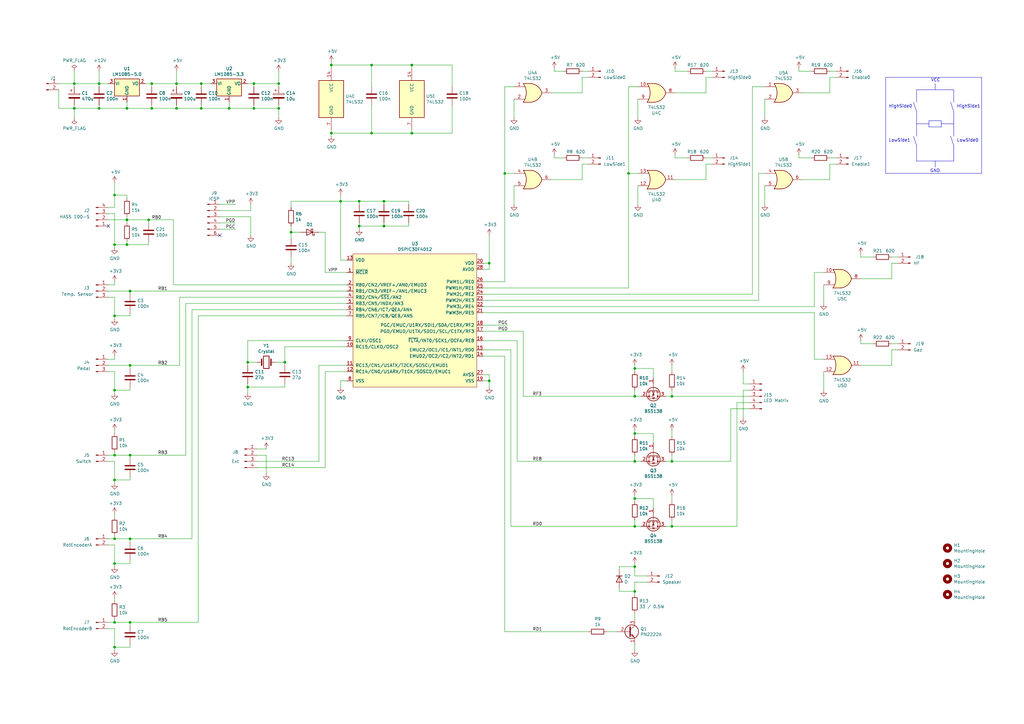
<source format=kicad_sch>
(kicad_sch (version 20230121) (generator eeschema)
  (paper "A3")
  (title_block (title "TIG Welder dsPIC controller") (date "2021-06-21") (rev "1.1") (company "Christophe Clienti"))
  (junction (at 40.64 44.45))
  (junction (at 104.14 34.29))
  (junction (at 46.99 196.85))
  (junction (at 52.07 44.45))
  (junction (at 257.81 71.12))
  (junction (at 260.35 204.47))
  (junction (at 200.66 107.95))
  (junction (at 53.34 220.98))
  (junction (at 260.35 242.57))
  (junction (at 40.64 34.29))
  (junction (at 104.14 44.45))
  (junction (at 207.01 71.12))
  (junction (at 116.84 148.59))
  (junction (at 152.4 54.61))
  (junction (at 60.96 90.17))
  (junction (at 53.34 149.86))
  (junction (at 53.34 186.69))
  (junction (at 30.48 34.29))
  (junction (at 46.99 160.02))
  (junction (at 46.99 265.43))
  (junction (at 52.07 90.17))
  (junction (at 101.6 148.59))
  (junction (at 135.89 26.67))
  (junction (at 168.91 26.67))
  (junction (at 46.99 186.69))
  (junction (at 275.59 189.23))
  (junction (at 93.98 44.45))
  (junction (at 275.59 215.9))
  (junction (at 82.55 34.29))
  (junction (at 114.3 44.45))
  (junction (at 275.59 162.56))
  (junction (at 46.99 231.14))
  (junction (at 260.35 232.41))
  (junction (at 46.99 129.54))
  (junction (at 260.35 162.56))
  (junction (at 260.35 177.8))
  (junction (at 46.99 255.27))
  (junction (at 260.35 151.13))
  (junction (at 62.23 34.29))
  (junction (at 52.07 100.33))
  (junction (at 62.23 44.45))
  (junction (at 168.91 54.61))
  (junction (at 152.4 26.67))
  (junction (at 157.48 92.71))
  (junction (at 72.39 44.45))
  (junction (at 260.35 215.9))
  (junction (at 53.34 119.38))
  (junction (at 46.99 80.01))
  (junction (at 46.99 100.33))
  (junction (at 101.6 158.75))
  (junction (at 260.35 189.23))
  (junction (at 139.7 82.55))
  (junction (at 46.99 220.98))
  (junction (at 30.48 44.45))
  (junction (at 157.48 82.55))
  (junction (at 119.38 95.25))
  (junction (at 72.39 34.29))
  (junction (at 53.34 255.27))
  (junction (at 147.32 92.71))
  (junction (at 200.66 156.21))
  (junction (at 135.89 54.61))
  (junction (at 114.3 34.29))
  (junction (at 147.32 82.55))
  (junction (at 82.55 44.45))
  (no_connect (at 44.45 92.71))
  (no_connect (at 90.17 96.52))
  (wire (pts (xy 46.99 255.27) (xy 46.99 254)))
  (wire (pts (xy 168.91 26.67) (xy 168.91 27.94)))
  (polyline (pts (xy 389.89 55.88) (xy 391.16 59.69)) (stroke (width 0) (type solid)))
  (wire (pts (xy 44.45 223.52) (xy 46.99 223.52)))
  (wire (pts (xy 53.34 264.16) (xy 53.34 265.43)))
  (polyline (pts (xy 383.54 34.29) (xy 383.54 36.83)) (stroke (width 0) (type solid)))
  (polyline (pts (xy 383.54 66.04) (xy 383.54 68.58)) (stroke (width 0) (type solid)))
  (wire (pts (xy 260.35 236.22) (xy 265.43 236.22)))
  (wire (pts (xy 62.23 44.45) (xy 52.07 44.45)))
  (wire (pts (xy 209.55 143.51) (xy 209.55 215.9)))
  (wire (pts (xy 114.3 29.21) (xy 114.3 34.29)))
  (wire (pts (xy 257.81 71.12) (xy 257.81 35.56)))
  (wire (pts (xy 157.48 92.71) (xy 167.64 92.71)))
  (wire (pts (xy 30.48 29.21) (xy 30.48 34.29)))
  (wire (pts (xy 299.72 167.64) (xy 307.34 167.64)))
  (wire (pts (xy 157.48 82.55) (xy 147.32 82.55)))
  (wire (pts (xy 53.34 265.43) (xy 46.99 265.43)))
  (wire (pts (xy 46.99 116.84) (xy 46.99 115.57)))
  (wire (pts (xy 46.99 210.82) (xy 46.99 212.09)))
  (wire (pts (xy 46.99 160.02) (xy 46.99 161.29)))
  (wire (pts (xy 53.34 120.65) (xy 53.34 119.38)))
  (polyline (pts (xy 391.16 36.83) (xy 391.16 41.91)) (stroke (width 0) (type solid)))
  (polyline (pts (xy 386.08 49.53) (xy 386.08 52.07)) (stroke (width 0) (type solid)))
  (wire (pts (xy 200.66 153.67) (xy 200.66 156.21)))
  (wire (pts (xy 147.32 91.44) (xy 147.32 92.71)))
  (wire (pts (xy 260.35 179.07) (xy 260.35 177.8)))
  (wire (pts (xy 254 233.68) (xy 254 232.41)))
  (wire (pts (xy 90.17 93.98) (xy 96.52 93.98)))
  (wire (pts (xy 53.34 229.87) (xy 53.34 231.14)))
  (wire (pts (xy 226.06 38.1) (xy 238.76 38.1)))
  (wire (pts (xy 307.34 157.48) (xy 304.8 157.48)))
  (wire (pts (xy 227.33 64.77) (xy 231.14 64.77)))
  (wire (pts (xy 102.87 88.9) (xy 102.87 96.52)))
  (wire (pts (xy 327.66 64.77) (xy 332.74 64.77)))
  (wire (pts (xy 46.99 257.81) (xy 46.99 265.43)))
  (wire (pts (xy 142.24 127) (xy 78.74 127)))
  (wire (pts (xy 337.82 116.84) (xy 337.82 124.46)))
  (wire (pts (xy 238.76 31.75) (xy 238.76 38.1)))
  (wire (pts (xy 24.13 34.29) (xy 30.48 34.29)))
  (wire (pts (xy 313.69 71.12) (xy 311.15 71.12)))
  (wire (pts (xy 353.06 105.41) (xy 358.14 105.41)))
  (wire (pts (xy 109.22 186.69) (xy 109.22 194.31)))
  (polyline (pts (xy 363.22 71.12) (xy 402.59 71.12)))
  (wire (pts (xy 90.17 86.36) (xy 102.87 86.36)))
  (wire (pts (xy 71.12 90.17) (xy 71.12 116.84)))
  (polyline (pts (xy 374.65 41.91) (xy 375.92 45.72)) (stroke (width 0) (type solid)))
  (wire (pts (xy 273.05 189.23) (xy 275.59 189.23)))
  (wire (pts (xy 214.63 135.89) (xy 214.63 162.56)))
  (wire (pts (xy 210.82 76.2) (xy 210.82 83.82)))
  (wire (pts (xy 46.99 121.92) (xy 46.99 129.54)))
  (wire (pts (xy 53.34 158.75) (xy 53.34 160.02)))
  (wire (pts (xy 142.24 156.21) (xy 139.7 156.21)))
  (wire (pts (xy 260.35 177.8) (xy 267.97 177.8)))
  (wire (pts (xy 260.35 149.86) (xy 260.35 151.13)))
  (wire (pts (xy 275.59 162.56) (xy 275.59 160.02)))
  (wire (pts (xy 60.96 100.33) (xy 52.07 100.33)))
  (wire (pts (xy 30.48 35.56) (xy 30.48 34.29)))
  (wire (pts (xy 44.45 90.17) (xy 52.07 90.17)))
  (wire (pts (xy 119.38 107.95) (xy 119.38 105.41)))
  (polyline (pts (xy 386.08 52.07) (xy 381 52.07)) (stroke (width 0) (type solid)))
  (wire (pts (xy 60.96 91.44) (xy 60.96 90.17)))
  (wire (pts (xy 52.07 88.9) (xy 52.07 90.17)))
  (wire (pts (xy 40.64 29.21) (xy 40.64 34.29)))
  (wire (pts (xy 267.97 204.47) (xy 267.97 208.28)))
  (wire (pts (xy 207.01 259.08) (xy 207.01 146.05)))
  (wire (pts (xy 53.34 129.54) (xy 46.99 129.54)))
  (wire (pts (xy 275.59 149.86) (xy 275.59 152.4)))
  (wire (pts (xy 52.07 44.45) (xy 40.64 44.45)))
  (wire (pts (xy 276.86 64.77) (xy 281.94 64.77)))
  (wire (pts (xy 130.81 189.23) (xy 105.41 189.23)))
  (wire (pts (xy 334.01 111.76) (xy 337.82 111.76)))
  (wire (pts (xy 227.33 29.21) (xy 231.14 29.21)))
  (polyline (pts (xy 391.16 59.69) (xy 391.16 66.04)) (stroke (width 0) (type solid)))
  (wire (pts (xy 62.23 35.56) (xy 62.23 34.29)))
  (wire (pts (xy 238.76 64.77) (xy 241.3 64.77)))
  (wire (pts (xy 289.56 64.77) (xy 292.1 64.77)))
  (wire (pts (xy 72.39 34.29) (xy 82.55 34.29)))
  (wire (pts (xy 135.89 54.61) (xy 135.89 53.34)))
  (wire (pts (xy 40.64 35.56) (xy 40.64 34.29)))
  (wire (pts (xy 44.45 257.81) (xy 46.99 257.81)))
  (wire (pts (xy 214.63 162.56) (xy 260.35 162.56)))
  (wire (pts (xy 53.34 128.27) (xy 53.34 129.54)))
  (wire (pts (xy 52.07 99.06) (xy 52.07 100.33)))
  (wire (pts (xy 46.99 129.54) (xy 46.99 130.81)))
  (wire (pts (xy 340.36 31.75) (xy 340.36 38.1)))
  (wire (pts (xy 130.81 149.86) (xy 130.81 189.23)))
  (wire (pts (xy 119.38 82.55) (xy 139.7 82.55)))
  (wire (pts (xy 52.07 81.28) (xy 52.07 80.01)))
  (wire (pts (xy 227.33 27.94) (xy 227.33 29.21)))
  (wire (pts (xy 200.66 107.95) (xy 200.66 110.49)))
  (wire (pts (xy 200.66 96.52) (xy 200.66 107.95)))
  (wire (pts (xy 46.99 196.85) (xy 46.99 198.12)))
  (wire (pts (xy 53.34 149.86) (xy 73.66 149.86)))
  (wire (pts (xy 53.34 255.27) (xy 81.28 255.27)))
  (wire (pts (xy 135.89 26.67) (xy 152.4 26.67)))
  (wire (pts (xy 52.07 41.91) (xy 52.07 44.45)))
  (wire (pts (xy 212.09 139.7) (xy 212.09 189.23)))
  (wire (pts (xy 46.99 152.4) (xy 46.99 160.02)))
  (wire (pts (xy 53.34 195.58) (xy 53.34 196.85)))
  (wire (pts (xy 142.24 139.7) (xy 101.6 139.7)))
  (wire (pts (xy 238.76 29.21) (xy 241.3 29.21)))
  (wire (pts (xy 104.14 43.18) (xy 104.14 44.45)))
  (wire (pts (xy 73.66 149.86) (xy 73.66 121.92)))
  (wire (pts (xy 101.6 149.86) (xy 101.6 148.59)))
  (wire (pts (xy 198.12 139.7) (xy 212.09 139.7)))
  (wire (pts (xy 275.59 189.23) (xy 299.72 189.23)))
  (wire (pts (xy 30.48 44.45) (xy 30.48 43.18)))
  (wire (pts (xy 152.4 43.18) (xy 152.4 54.61)))
  (wire (pts (xy 260.35 162.56) (xy 260.35 160.02)))
  (wire (pts (xy 198.12 143.51) (xy 209.55 143.51)))
  (wire (pts (xy 212.09 189.23) (xy 260.35 189.23)))
  (wire (pts (xy 275.59 189.23) (xy 275.59 186.69)))
  (wire (pts (xy 260.35 232.41) (xy 260.35 231.14)))
  (wire (pts (xy 261.62 76.2) (xy 261.62 83.82)))
  (wire (pts (xy 168.91 54.61) (xy 168.91 53.34)))
  (wire (pts (xy 200.66 107.95) (xy 198.12 107.95)))
  (wire (pts (xy 46.99 245.11) (xy 46.99 246.38)))
  (wire (pts (xy 185.42 43.18) (xy 185.42 54.61)))
  (wire (pts (xy 273.05 215.9) (xy 275.59 215.9)))
  (wire (pts (xy 133.35 191.77) (xy 105.41 191.77)))
  (wire (pts (xy 289.56 29.21) (xy 292.1 29.21)))
  (wire (pts (xy 198.12 118.11) (xy 257.81 118.11)))
  (wire (pts (xy 365.76 105.41) (xy 368.3 105.41)))
  (wire (pts (xy 53.34 220.98) (xy 53.34 222.25)))
  (wire (pts (xy 311.15 71.12) (xy 311.15 123.19)))
  (wire (pts (xy 147.32 92.71) (xy 157.48 92.71)))
  (wire (pts (xy 142.24 149.86) (xy 130.81 149.86)))
  (wire (pts (xy 276.86 38.1) (xy 289.56 38.1)))
  (wire (pts (xy 123.19 95.25) (xy 119.38 95.25)))
  (wire (pts (xy 46.99 220.98) (xy 46.99 219.71)))
  (wire (pts (xy 368.3 143.51) (xy 365.76 143.51)))
  (wire (pts (xy 52.07 100.33) (xy 46.99 100.33)))
  (polyline (pts (xy 375.92 59.69) (xy 375.92 66.04)) (stroke (width 0) (type solid)))
  (polyline (pts (xy 381 49.53) (xy 386.08 49.53)) (stroke (width 0) (type solid)))
  (wire (pts (xy 101.6 139.7) (xy 101.6 148.59)))
  (wire (pts (xy 313.69 40.64) (xy 313.69 48.26)))
  (wire (pts (xy 135.89 54.61) (xy 152.4 54.61)))
  (wire (pts (xy 114.3 48.26) (xy 114.3 44.45)))
  (wire (pts (xy 276.86 73.66) (xy 289.56 73.66)))
  (wire (pts (xy 46.99 220.98) (xy 53.34 220.98)))
  (wire (pts (xy 53.34 160.02) (xy 46.99 160.02)))
  (wire (pts (xy 152.4 35.56) (xy 152.4 26.67)))
  (polyline (pts (xy 375.92 66.04) (xy 391.16 66.04)) (stroke (width 0) (type solid)))
  (polyline (pts (xy 381 49.53) (xy 381 52.07)) (stroke (width 0) (type solid)))
  (wire (pts (xy 46.99 231.14) (xy 46.99 232.41)))
  (wire (pts (xy 76.2 124.46) (xy 76.2 186.69)))
  (wire (pts (xy 198.12 153.67) (xy 200.66 153.67)))
  (wire (pts (xy 198.12 115.57) (xy 207.01 115.57)))
  (wire (pts (xy 275.59 203.2) (xy 275.59 205.74)))
  (wire (pts (xy 365.76 107.95) (xy 365.76 114.3)))
  (wire (pts (xy 207.01 146.05) (xy 198.12 146.05)))
  (wire (pts (xy 52.07 80.01) (xy 46.99 80.01)))
  (wire (pts (xy 133.35 111.76) (xy 133.35 95.25)))
  (wire (pts (xy 46.99 186.69) (xy 53.34 186.69)))
  (wire (pts (xy 62.23 34.29) (xy 72.39 34.29)))
  (wire (pts (xy 44.45 34.29) (xy 40.64 34.29)))
  (wire (pts (xy 260.35 215.9) (xy 260.35 213.36)))
  (wire (pts (xy 340.36 67.31) (xy 340.36 73.66)))
  (polyline (pts (xy 389.89 41.91) (xy 391.16 45.72)) (stroke (width 0) (type solid)))
  (wire (pts (xy 261.62 40.64) (xy 261.62 48.26)))
  (wire (pts (xy 226.06 73.66) (xy 238.76 73.66)))
  (wire (pts (xy 113.03 148.59) (xy 116.84 148.59)))
  (wire (pts (xy 210.82 40.64) (xy 210.82 48.26)))
  (wire (pts (xy 267.97 151.13) (xy 267.97 154.94)))
  (wire (pts (xy 142.24 111.76) (xy 133.35 111.76)))
  (wire (pts (xy 260.35 242.57) (xy 260.35 243.84)))
  (wire (pts (xy 365.76 143.51) (xy 365.76 149.86)))
  (wire (pts (xy 276.86 29.21) (xy 281.94 29.21)))
  (wire (pts (xy 81.28 129.54) (xy 142.24 129.54)))
  (wire (pts (xy 147.32 82.55) (xy 147.32 83.82)))
  (wire (pts (xy 52.07 90.17) (xy 52.07 91.44)))
  (wire (pts (xy 334.01 125.73) (xy 334.01 111.76)))
  (wire (pts (xy 262.89 215.9) (xy 260.35 215.9)))
  (wire (pts (xy 304.8 157.48) (xy 304.8 152.4)))
  (wire (pts (xy 265.43 238.76) (xy 260.35 238.76)))
  (wire (pts (xy 116.84 157.48) (xy 116.84 158.75)))
  (wire (pts (xy 46.99 80.01) (xy 46.99 74.93)))
  (wire (pts (xy 44.45 255.27) (xy 46.99 255.27)))
  (wire (pts (xy 53.34 186.69) (xy 53.34 187.96)))
  (wire (pts (xy 101.6 34.29) (xy 104.14 34.29)))
  (wire (pts (xy 340.36 29.21) (xy 342.9 29.21)))
  (wire (pts (xy 198.12 133.35) (xy 208.28 133.35)))
  (wire (pts (xy 185.42 54.61) (xy 168.91 54.61)))
  (wire (pts (xy 44.45 119.38) (xy 53.34 119.38)))
  (wire (pts (xy 260.35 189.23) (xy 260.35 186.69)))
  (wire (pts (xy 157.48 91.44) (xy 157.48 92.71)))
  (wire (pts (xy 308.61 35.56) (xy 313.69 35.56)))
  (wire (pts (xy 104.14 35.56) (xy 104.14 34.29)))
  (wire (pts (xy 116.84 158.75) (xy 101.6 158.75)))
  (wire (pts (xy 114.3 34.29) (xy 114.3 35.56)))
  (wire (pts (xy 104.14 44.45) (xy 93.98 44.45)))
  (polyline (pts (xy 402.59 31.75) (xy 363.22 31.75)))
  (wire (pts (xy 262.89 189.23) (xy 260.35 189.23)))
  (wire (pts (xy 260.35 176.53) (xy 260.35 177.8)))
  (wire (pts (xy 167.64 83.82) (xy 167.64 82.55)))
  (wire (pts (xy 289.56 31.75) (xy 289.56 38.1)))
  (wire (pts (xy 116.84 148.59) (xy 116.84 142.24)))
  (wire (pts (xy 327.66 63.5) (xy 327.66 64.77)))
  (wire (pts (xy 46.99 87.63) (xy 46.99 100.33)))
  (wire (pts (xy 342.9 31.75) (xy 340.36 31.75)))
  (wire (pts (xy 24.13 44.45) (xy 30.48 44.45)))
  (wire (pts (xy 40.64 43.18) (xy 40.64 44.45)))
  (wire (pts (xy 185.42 35.56) (xy 185.42 26.67)))
  (wire (pts (xy 101.6 158.75) (xy 101.6 157.48)))
  (wire (pts (xy 52.07 90.17) (xy 60.96 90.17)))
  (wire (pts (xy 114.3 44.45) (xy 104.14 44.45)))
  (wire (pts (xy 73.66 121.92) (xy 142.24 121.92)))
  (wire (pts (xy 114.3 43.18) (xy 114.3 44.45)))
  (wire (pts (xy 105.41 184.15) (xy 109.22 184.15)))
  (wire (pts (xy 304.8 160.02) (xy 307.34 160.02)))
  (wire (pts (xy 260.35 203.2) (xy 260.35 204.47)))
  (wire (pts (xy 207.01 115.57) (xy 207.01 71.12)))
  (wire (pts (xy 275.59 215.9) (xy 275.59 213.36)))
  (wire (pts (xy 30.48 48.26) (xy 30.48 44.45)))
  (wire (pts (xy 185.42 26.67) (xy 168.91 26.67)))
  (wire (pts (xy 142.24 124.46) (xy 76.2 124.46)))
  (polyline (pts (xy 375.92 36.83) (xy 391.16 36.83)) (stroke (width 0) (type solid)))
  (wire (pts (xy 365.76 140.97) (xy 368.3 140.97)))
  (wire (pts (xy 119.38 85.09) (xy 119.38 82.55)))
  (wire (pts (xy 273.05 162.56) (xy 275.59 162.56)))
  (wire (pts (xy 254 241.3) (xy 254 242.57)))
  (polyline (pts (xy 363.22 31.75) (xy 363.22 71.12)))
  (wire (pts (xy 302.26 215.9) (xy 302.26 165.1)))
  (polyline (pts (xy 375.92 36.83) (xy 375.92 41.91)) (stroke (width 0) (type solid)))
  (wire (pts (xy 308.61 120.65) (xy 198.12 120.65)))
  (wire (pts (xy 241.3 259.08) (xy 207.01 259.08)))
  (wire (pts (xy 262.89 162.56) (xy 260.35 162.56)))
  (wire (pts (xy 72.39 35.56) (xy 72.39 34.29)))
  (wire (pts (xy 337.82 152.4) (xy 337.82 160.02)))
  (wire (pts (xy 210.82 71.12) (xy 207.01 71.12)))
  (wire (pts (xy 257.81 35.56) (xy 261.62 35.56)))
  (polyline (pts (xy 375.92 45.72) (xy 375.92 55.88)) (stroke (width 0) (type solid)))
  (wire (pts (xy 44.45 85.09) (xy 46.99 85.09)))
  (wire (pts (xy 101.6 148.59) (xy 105.41 148.59)))
  (wire (pts (xy 102.87 86.36) (xy 102.87 83.82)))
  (wire (pts (xy 299.72 189.23) (xy 299.72 167.64)))
  (wire (pts (xy 353.06 149.86) (xy 365.76 149.86)))
  (wire (pts (xy 46.99 223.52) (xy 46.99 231.14)))
  (wire (pts (xy 46.99 186.69) (xy 46.99 185.42)))
  (wire (pts (xy 198.12 156.21) (xy 200.66 156.21)))
  (wire (pts (xy 142.24 142.24) (xy 116.84 142.24)))
  (wire (pts (xy 275.59 215.9) (xy 302.26 215.9)))
  (wire (pts (xy 116.84 149.86) (xy 116.84 148.59)))
  (wire (pts (xy 76.2 186.69) (xy 53.34 186.69)))
  (wire (pts (xy 168.91 54.61) (xy 152.4 54.61)))
  (wire (pts (xy 90.17 91.44) (xy 96.52 91.44)))
  (wire (pts (xy 147.32 92.71) (xy 147.32 93.98)))
  (wire (pts (xy 340.36 64.77) (xy 342.9 64.77)))
  (wire (pts (xy 142.24 106.68) (xy 139.7 106.68)))
  (wire (pts (xy 267.97 177.8) (xy 267.97 181.61)))
  (polyline (pts (xy 375.92 50.8) (xy 381 50.8)) (stroke (width 0) (type solid)))
  (wire (pts (xy 60.96 90.17) (xy 71.12 90.17)))
  (wire (pts (xy 327.66 29.21) (xy 332.74 29.21)))
  (wire (pts (xy 292.1 31.75) (xy 289.56 31.75)))
  (wire (pts (xy 308.61 35.56) (xy 308.61 120.65)))
  (wire (pts (xy 198.12 125.73) (xy 334.01 125.73)))
  (wire (pts (xy 302.26 165.1) (xy 307.34 165.1)))
  (wire (pts (xy 133.35 152.4) (xy 133.35 191.77)))
  (wire (pts (xy 241.3 67.31) (xy 238.76 67.31)))
  (wire (pts (xy 342.9 67.31) (xy 340.36 67.31)))
  (wire (pts (xy 260.35 204.47) (xy 267.97 204.47)))
  (wire (pts (xy 72.39 44.45) (xy 62.23 44.45)))
  (wire (pts (xy 44.45 152.4) (xy 46.99 152.4)))
  (wire (pts (xy 260.35 238.76) (xy 260.35 242.57)))
  (wire (pts (xy 254 242.57) (xy 260.35 242.57)))
  (wire (pts (xy 238.76 67.31) (xy 238.76 73.66)))
  (wire (pts (xy 44.45 149.86) (xy 53.34 149.86)))
  (wire (pts (xy 71.12 116.84) (xy 142.24 116.84)))
  (wire (pts (xy 53.34 196.85) (xy 46.99 196.85)))
  (wire (pts (xy 82.55 44.45) (xy 72.39 44.45)))
  (wire (pts (xy 313.69 76.2) (xy 313.69 83.82)))
  (wire (pts (xy 353.06 114.3) (xy 365.76 114.3)))
  (wire (pts (xy 53.34 231.14) (xy 46.99 231.14)))
  (wire (pts (xy 46.99 176.53) (xy 46.99 177.8)))
  (wire (pts (xy 209.55 215.9) (xy 260.35 215.9)))
  (wire (pts (xy 93.98 41.91) (xy 93.98 44.45)))
  (wire (pts (xy 53.34 119.38) (xy 142.24 119.38)))
  (wire (pts (xy 90.17 83.82) (xy 96.52 83.82)))
  (wire (pts (xy 82.55 43.18) (xy 82.55 44.45)))
  (wire (pts (xy 328.93 38.1) (xy 340.36 38.1)))
  (wire (pts (xy 135.89 27.94) (xy 135.89 26.67)))
  (wire (pts (xy 260.35 236.22) (xy 260.35 232.41)))
  (wire (pts (xy 53.34 255.27) (xy 53.34 256.54)))
  (wire (pts (xy 60.96 99.06) (xy 60.96 100.33)))
  (wire (pts (xy 327.66 27.94) (xy 327.66 29.21)))
  (wire (pts (xy 46.99 85.09) (xy 46.99 80.01)))
  (wire (pts (xy 135.89 55.88) (xy 135.89 54.61)))
  (wire (pts (xy 353.06 139.7) (xy 353.06 140.97)))
  (polyline (pts (xy 402.59 71.12) (xy 402.59 31.75)))
  (wire (pts (xy 46.99 255.27) (xy 53.34 255.27)))
  (wire (pts (xy 119.38 95.25) (xy 119.38 92.71)))
  (wire (pts (xy 276.86 27.94) (xy 276.86 29.21)))
  (wire (pts (xy 139.7 106.68) (xy 139.7 82.55)))
  (wire (pts (xy 135.89 26.67) (xy 135.89 25.4)))
  (wire (pts (xy 200.66 156.21) (xy 200.66 158.75)))
  (wire (pts (xy 53.34 220.98) (xy 78.74 220.98)))
  (wire (pts (xy 207.01 71.12) (xy 207.01 35.56)))
  (wire (pts (xy 44.45 186.69) (xy 46.99 186.69)))
  (wire (pts (xy 334.01 128.27) (xy 334.01 147.32)))
  (wire (pts (xy 275.59 162.56) (xy 307.34 162.56)))
  (wire (pts (xy 44.45 116.84) (xy 46.99 116.84)))
  (wire (pts (xy 44.45 121.92) (xy 46.99 121.92)))
  (wire (pts (xy 72.39 43.18) (xy 72.39 44.45)))
  (wire (pts (xy 78.74 127) (xy 78.74 220.98)))
  (wire (pts (xy 62.23 43.18) (xy 62.23 44.45)))
  (polyline (pts (xy 374.65 55.88) (xy 375.92 59.69)) (stroke (width 0) (type solid)))
  (wire (pts (xy 289.56 67.31) (xy 289.56 73.66)))
  (polyline (pts (xy 391.16 45.72) (xy 391.16 55.88)) (stroke (width 0) (type solid)))
  (wire (pts (xy 139.7 156.21) (xy 139.7 158.75)))
  (wire (pts (xy 198.12 135.89) (xy 214.63 135.89)))
  (wire (pts (xy 167.64 92.71) (xy 167.64 91.44)))
  (wire (pts (xy 152.4 26.67) (xy 168.91 26.67)))
  (wire (pts (xy 311.15 123.19) (xy 198.12 123.19)))
  (wire (pts (xy 46.99 265.43) (xy 46.99 266.7)))
  (wire (pts (xy 198.12 128.27) (xy 334.01 128.27)))
  (wire (pts (xy 40.64 44.45) (xy 30.48 44.45)))
  (wire (pts (xy 257.81 118.11) (xy 257.81 71.12)))
  (wire (pts (xy 304.8 171.45) (xy 304.8 160.02)))
  (wire (pts (xy 157.48 82.55) (xy 157.48 83.82)))
  (wire (pts (xy 292.1 67.31) (xy 289.56 67.31)))
  (wire (pts (xy 82.55 34.29) (xy 86.36 34.29)))
  (wire (pts (xy 44.45 147.32) (xy 46.99 147.32)))
  (wire (pts (xy 24.13 36.83) (xy 24.13 44.45)))
  (wire (pts (xy 53.34 151.13) (xy 53.34 149.86)))
  (wire (pts (xy 334.01 147.32) (xy 337.82 147.32)))
  (wire (pts (xy 260.35 205.74) (xy 260.35 204.47)))
  (wire (pts (xy 276.86 63.5) (xy 276.86 64.77)))
  (wire (pts (xy 82.55 35.56) (xy 82.55 34.29)))
  (wire (pts (xy 90.17 88.9) (xy 102.87 88.9)))
  (wire (pts (xy 167.64 82.55) (xy 157.48 82.55)))
  (wire (pts (xy 200.66 110.49) (xy 198.12 110.49)))
  (wire (pts (xy 353.06 104.14) (xy 353.06 105.41)))
  (wire (pts (xy 241.3 31.75) (xy 238.76 31.75)))
  (wire (pts (xy 44.45 189.23) (xy 46.99 189.23)))
  (wire (pts (xy 328.93 73.66) (xy 340.36 73.66)))
  (wire (pts (xy 139.7 82.55) (xy 147.32 82.55)))
  (wire (pts (xy 368.3 107.95) (xy 365.76 107.95)))
  (wire (pts (xy 119.38 97.79) (xy 119.38 95.25)))
  (wire (pts (xy 46.99 189.23) (xy 46.99 196.85)))
  (wire (pts (xy 227.33 63.5) (xy 227.33 64.77)))
  (wire (pts (xy 260.35 251.46) (xy 260.35 254)))
  (wire (pts (xy 101.6 161.29) (xy 101.6 158.75)))
  (wire (pts (xy 139.7 82.55) (xy 139.7 80.01)))
  (wire (pts (xy 59.69 34.29) (xy 62.23 34.29)))
  (wire (pts (xy 254 232.41) (xy 260.35 232.41)))
  (wire (pts (xy 260.35 151.13) (xy 267.97 151.13)))
  (wire (pts (xy 81.28 255.27) (xy 81.28 129.54)))
  (wire (pts (xy 133.35 95.25) (xy 130.81 95.25)))
  (wire (pts (xy 44.45 220.98) (xy 46.99 220.98)))
  (wire (pts (xy 104.14 34.29) (xy 114.3 34.29)))
  (wire (pts (xy 252.73 259.08) (xy 248.92 259.08)))
  (wire (pts (xy 142.24 152.4) (xy 133.35 152.4)))
  (polyline (pts (xy 386.08 50.8) (xy 391.16 50.8)) (stroke (width 0) (type solid)))
  (wire (pts (xy 353.06 140.97) (xy 358.14 140.97)))
  (wire (pts (xy 72.39 29.21) (xy 72.39 34.29)))
  (wire (pts (xy 46.99 147.32) (xy 46.99 146.05)))
  (wire (pts (xy 207.01 35.56) (xy 210.82 35.56)))
  (wire (pts (xy 44.45 87.63) (xy 46.99 87.63)))
  (wire (pts (xy 30.48 34.29) (xy 40.64 34.29)))
  (wire (pts (xy 46.99 100.33) (xy 46.99 101.6)))
  (wire (pts (xy 260.35 266.7) (xy 260.35 264.16)))
  (wire (pts (xy 260.35 152.4) (xy 260.35 151.13)))
  (wire (pts (xy 261.62 71.12) (xy 257.81 71.12)))
  (wire (pts (xy 105.41 186.69) (xy 109.22 186.69)))
  (wire (pts (xy 275.59 176.53) (xy 275.59 179.07)))
  (wire (pts (xy 93.98 44.45) (xy 82.55 44.45)))
  (text "HighSide0" (at 364.49 44.45 0) (effects (font (size 1.27 1.27)) (justify left bottom)))
  (text "LowSide0" (at 392.43 58.42 0) (effects (font (size 1.27 1.27)) (justify left bottom)))
  (text "LowSide1" (at 364.49 58.42 0) (effects (font (size 1.27 1.27)) (justify left bottom)))
  (text "HighSide1" (at 392.43 44.45 0) (effects (font (size 1.27 1.27)) (justify left bottom)))
  (text "VCC" (at 381.8128 33.7058 0) (effects (font (size 1.27 1.27)) (justify left bottom)))
  (text "GND" (at 381.4826 70.8914 0) (effects (font (size 1.27 1.27)) (justify left bottom)))
  (label "PGD" (at 208.28 135.89 180))
  (label "RB5" (at 64.77 255.27 0))
  (label "RF3" (at 218.44 162.56 0))
  (label "RB4" (at 64.77 220.98 0))
  (label "RD0" (at 218.44 215.9 0))
  (label "RB2" (at 64.77 149.86 0))
  (label "PGC" (at 96.52 93.98 180))
  (label "VPP" (at 134.62 111.76 0))
  (label "RB1" (at 64.77 119.38 0))
  (label "RC14" (at 115.57 191.77 0))
  (label "RD1" (at 218.44 259.08 0))
  (label "RB3" (at 64.77 186.69 0))
  (label "PGD" (at 96.52 91.44 180))
  (label "RB0" (at 62.23 90.17 0))
  (label "VPP" (at 96.52 83.82 180))
  (label "PGC" (at 208.28 133.35 180))
  (label "RE8" (at 218.44 189.23 0))
  (label "RC13" (at 115.57 189.23 0))
  (symbol (lib_id "dspic-controller:DSPIC30F4012") (at 160.02 130.81 0) (unit 1)
    (property "Reference" "U3" (at 170.18 99.949 0))
    (property "Value" "DSPIC30F4012" (at 170.18 102.2604 0))
    (property "Footprint" "Package_DIP:DIP-28_W7.62mm" (effects hide))
    (property "Datasheet" "https://ww1.microchip.com/downloads/en/DeviceDoc/70135G.pdf" (effects hide))
  )
  (symbol (lib_id "Regulator_Linear:LM1085-3.3") (at 93.98 34.29 0) (unit 1)
    (property "Reference" "U2" (at 93.98 28.1432 0))
    (property "Value" "LM1085-3.3" (at 93.98 30.4546 0))
    (property "Footprint" "Package_TO_SOT_THT:TO-220-3_Vertical" (effects hide))
    (property "Datasheet" "http://www.ti.com/lit/ds/symlink/lm1085.pdf" (effects hide))
  )
  (symbol (lib_id "Regulator_Linear:LM1085-5.0") (at 52.07 34.29 0) (unit 1)
    (property "Reference" "U1" (at 52.07 28.1432 0))
    (property "Value" "LM1085-5.0" (at 52.07 30.4546 0))
    (property "Footprint" "Package_TO_SOT_THT:TO-220-3_Vertical" (effects hide))
    (property "Datasheet" "http://www.ti.com/lit/ds/symlink/lm1085.pdf" (effects hide))
  )
  (symbol (lib_id "dspic-controller-rescue:CP-Device") (at 30.48 39.37 0) (unit 1)
    (property "Reference" "C1" (at 33.4772 38.2016 0) (effects (justify left)))
    (property "Value" "470u" (at 33.4772 40.513 0) (effects (justify left)))
    (property "Footprint" "Capacitor_THT:CP_Radial_D13.0mm_P5.00mm" (effects hide))
  )
  (symbol (lib_id "dspic-controller-rescue:CP-Device") (at 72.39 39.37 0) (unit 1)
    (property "Reference" "C9" (at 75.3872 38.2016 0) (effects (justify left)))
    (property "Value" "100u" (at 75.3872 40.513 0) (effects (justify left)))
    (property "Footprint" "Capacitor_SMD:CP_Elec_6.3x5.4" (effects hide))
  )
  (symbol (lib_id "dspic-controller-rescue:CP-Device") (at 114.3 39.37 0) (unit 1)
    (property "Reference" "C14" (at 117.2972 38.2016 0) (effects (justify left)))
    (property "Value" "10u" (at 117.2972 40.513 0) (effects (justify left)))
    (property "Footprint" "Capacitor_SMD:CP_Elec_5x5.3" (effects hide))
  )
  (symbol (lib_id "Device:C") (at 40.64 39.37 0) (unit 1)
    (property "Reference" "C2" (at 43.561 38.2016 0) (effects (justify left)))
    (property "Value" "100n" (at 43.561 40.513 0) (effects (justify left)))
    (property "Footprint" "Capacitor_SMD:C_1206_3216Metric_Pad1.33x1.80mm_HandSolder" (effects hide))
  )
  (symbol (lib_id "Device:C") (at 62.23 39.37 0) (unit 1)
    (property "Reference" "C8" (at 65.151 38.2016 0) (effects (justify left)))
    (property "Value" "100n" (at 65.151 40.513 0) (effects (justify left)))
    (property "Footprint" "Capacitor_SMD:C_1206_3216Metric_Pad1.33x1.80mm_HandSolder" (effects hide))
  )
  (symbol (lib_id "Device:C") (at 82.55 39.37 0) (unit 1)
    (property "Reference" "C10" (at 85.471 38.2016 0) (effects (justify left)))
    (property "Value" "100n" (at 85.471 40.513 0) (effects (justify left)))
    (property "Footprint" "Capacitor_SMD:C_1206_3216Metric_Pad1.33x1.80mm_HandSolder" (effects hide))
  )
  (symbol (lib_id "Device:C") (at 104.14 39.37 0) (unit 1)
    (property "Reference" "C12" (at 107.061 38.2016 0) (effects (justify left)))
    (property "Value" "100n" (at 107.061 40.513 0) (effects (justify left)))
    (property "Footprint" "Capacitor_SMD:C_1206_3216Metric_Pad1.33x1.80mm_HandSolder" (effects hide))
  )
  (symbol (lib_id "Device:C") (at 185.42 39.37 0) (unit 1)
    (property "Reference" "C18" (at 188.341 38.2016 0) (effects (justify left)))
    (property "Value" "100n" (at 188.341 40.513 0) (effects (justify left)))
    (property "Footprint" "Capacitor_SMD:C_1206_3216Metric_Pad1.33x1.80mm_HandSolder" (effects hide))
  )
  (symbol (lib_id "Connector:Conn_01x02_Male") (at 19.05 34.29 0) (unit 1)
    (property "Reference" "J1" (at 21.7932 32.0294 0))
    (property "Value" "Power Input" (effects hide))
    (property "Footprint" "Connector_Phoenix_MSTB:PhoenixContact_MSTBVA_2,5_2-G-5,08_1x02_P5.08mm_Vertical" (effects hide))
  )
  (symbol (lib_id "power:+5V") (at 72.39 29.21 0) (unit 1)
    (property "Reference" "#PWR013" (effects hide))
    (property "Value" "+5V" (at 72.771 24.8158 0))
  )
  (symbol (lib_id "dspic-controller-rescue:+3.3V-power") (at 114.3 29.21 0) (unit 1)
    (property "Reference" "#PWR017" (effects hide))
    (property "Value" "+3.3V" (at 114.681 24.8158 0))
  )
  (symbol (lib_id "power:GND") (at 114.3 48.26 0) (unit 1)
    (property "Reference" "#PWR018" (effects hide))
    (property "Value" "GND" (at 114.427 52.6542 0))
  )
  (symbol (lib_id "Device:C") (at 147.32 87.63 0) (unit 1)
    (property "Reference" "C17" (at 150.241 86.4616 0) (effects (justify left)))
    (property "Value" "100n" (at 150.241 88.773 0) (effects (justify left)))
    (property "Footprint" "Capacitor_SMD:C_1206_3216Metric_Pad1.33x1.80mm_HandSolder" (effects hide))
  )
  (symbol (lib_id "Device:C") (at 157.48 87.63 0) (unit 1)
    (property "Reference" "C19" (at 160.401 86.4616 0) (effects (justify left)))
    (property "Value" "100n" (at 160.401 88.773 0) (effects (justify left)))
    (property "Footprint" "Capacitor_SMD:C_1206_3216Metric_Pad1.33x1.80mm_HandSolder" (effects hide))
  )
  (symbol (lib_id "Device:C") (at 167.64 87.63 0) (unit 1)
    (property "Reference" "C20" (at 170.561 86.4616 0) (effects (justify left)))
    (property "Value" "100n" (at 170.561 88.773 0) (effects (justify left)))
    (property "Footprint" "Capacitor_SMD:C_1206_3216Metric_Pad1.33x1.80mm_HandSolder" (effects hide))
  )
  (symbol (lib_id "power:GND") (at 139.7 158.75 0) (unit 1)
    (property "Reference" "#PWR025" (effects hide))
    (property "Value" "GND" (at 139.827 163.1442 0))
  )
  (symbol (lib_id "power:GND") (at 147.32 93.98 0) (unit 1)
    (property "Reference" "#PWR026" (effects hide))
    (property "Value" "GND" (at 147.447 98.3742 0))
  )
  (symbol (lib_id "power:GND") (at 200.66 158.75 0) (unit 1)
    (property "Reference" "#PWR030" (effects hide))
    (property "Value" "GND" (at 200.787 163.1442 0))
  )
  (symbol (lib_id "dspic-controller-rescue:+3.3V-power") (at 139.7 80.01 0) (unit 1)
    (property "Reference" "#PWR024" (effects hide))
    (property "Value" "+3.3V" (at 140.081 75.6158 0))
  )
  (symbol (lib_id "dspic-controller-rescue:+3.3V-power") (at 200.66 96.52 0) (unit 1)
    (property "Reference" "#PWR029" (effects hide))
    (property "Value" "+3.3V" (at 201.041 92.1258 0))
  )
  (symbol (lib_id "Device:D_Schottky") (at 127 95.25 180) (unit 1)
    (property "Reference" "D1" (at 127 92.075 0))
    (property "Value" "MBR1020VL" (effects hide))
    (property "Footprint" "Diode_SMD:D_1206_3216Metric_Pad1.42x1.75mm_HandSolder" (effects hide))
  )
  (symbol (lib_id "Device:C") (at 119.38 101.6 0) (unit 1)
    (property "Reference" "C15" (at 122.301 100.4316 0) (effects (justify left)))
    (property "Value" "100n" (at 122.301 102.743 0) (effects (justify left)))
    (property "Footprint" "Capacitor_SMD:C_1206_3216Metric_Pad1.33x1.80mm_HandSolder" (effects hide))
  )
  (symbol (lib_id "Device:R") (at 119.38 88.9 0) (unit 1)
    (property "Reference" "R6" (at 121.158 87.7316 0) (effects (justify left)))
    (property "Value" "1k" (at 121.158 90.043 0) (effects (justify left)))
    (property "Footprint" "Resistor_SMD:R_1206_3216Metric_Pad1.30x1.75mm_HandSolder" (effects hide))
  )
  (symbol (lib_id "power:GND") (at 119.38 107.95 0) (unit 1)
    (property "Reference" "#PWR019" (effects hide))
    (property "Value" "GND" (at 119.507 112.3442 0))
  )
  (symbol (lib_id "Connector:Conn_01x06_Male") (at 85.09 88.9 0) (unit 1)
    (property "Reference" "J9" (at 87.8332 79.2226 0))
    (property "Value" "ICSP" (at 87.8332 81.534 0))
    (property "Footprint" "Connector_PinHeader_2.54mm:PinHeader_1x06_P2.54mm_Vertical" (effects hide))
  )
  (symbol (lib_id "dspic-controller-rescue:+3.3V-power") (at 102.87 83.82 0) (unit 1)
    (property "Reference" "#PWR020" (effects hide))
    (property "Value" "+3.3V" (at 103.251 79.4258 0))
  )
  (symbol (lib_id "power:GND") (at 102.87 96.52 0) (unit 1)
    (property "Reference" "#PWR021" (effects hide))
    (property "Value" "GND" (at 102.997 100.9142 0))
  )
  (symbol (lib_id "74xx:74LS32") (at 168.91 40.64 0) (unit 5)
    (property "Reference" "U5" (at 174.752 39.4716 0) (effects (justify left)))
    (property "Value" "74LS32" (at 174.752 41.783 0) (effects (justify left)))
    (property "Footprint" "Package_DIP:DIP-14_W7.62mm" (effects hide))
    (property "Datasheet" "http://www.ti.com/lit/gpn/sn74LS32" (effects hide))
  )
  (symbol (lib_id "74xx:74LS32") (at 135.89 40.64 0) (unit 5)
    (property "Reference" "U4" (at 141.732 39.4716 0) (effects (justify left)))
    (property "Value" "74LS32" (at 141.732 41.783 0) (effects (justify left)))
    (property "Footprint" "Package_DIP:DIP-14_W7.62mm" (effects hide))
    (property "Datasheet" "http://www.ti.com/lit/gpn/sn74LS32" (effects hide))
  )
  (symbol (lib_id "Transistor_FET:BSS138") (at 267.97 160.02 270) (unit 1)
    (property "Reference" "Q2" (at 267.97 166.3446 90))
    (property "Value" "BSS138" (at 267.97 168.656 90))
    (property "Footprint" "Package_TO_SOT_SMD:SOT-23_Handsoldering" (effects hide))
    (property "Datasheet" "https://www.onsemi.com/pub/Collateral/BSS138-D.PDF" (effects hide))
  )
  (symbol (lib_id "dspic-controller-rescue:+3.3V-power") (at 260.35 149.86 0) (unit 1)
    (property "Reference" "#PWR035" (effects hide))
    (property "Value" "+3.3V" (at 260.731 145.4658 0))
  )
  (symbol (lib_id "Device:R") (at 260.35 156.21 0) (unit 1)
    (property "Reference" "R10" (at 262.128 155.0416 0) (effects (justify left)))
    (property "Value" "10k" (at 262.128 157.353 0) (effects (justify left)))
    (property "Footprint" "Resistor_SMD:R_1206_3216Metric_Pad1.30x1.75mm_HandSolder" (effects hide))
  )
  (symbol (lib_id "Device:R") (at 275.59 156.21 0) (unit 1)
    (property "Reference" "R14" (at 277.368 155.0416 0) (effects (justify left)))
    (property "Value" "10k" (at 277.368 157.353 0) (effects (justify left)))
    (property "Footprint" "Resistor_SMD:R_1206_3216Metric_Pad1.30x1.75mm_HandSolder" (effects hide))
  )
  (symbol (lib_id "power:+5V") (at 275.59 149.86 0) (unit 1)
    (property "Reference" "#PWR040" (effects hide))
    (property "Value" "+5V" (at 275.971 145.4658 0))
  )
  (symbol (lib_id "power:+5V") (at 135.89 25.4 0) (unit 1)
    (property "Reference" "#PWR0102" (effects hide))
    (property "Value" "+5V" (at 136.271 21.0058 0))
  )
  (symbol (lib_id "power:GND") (at 135.89 55.88 0) (unit 1)
    (property "Reference" "#PWR0103" (effects hide))
    (property "Value" "GND" (at 136.017 60.2742 0))
  )
  (symbol (lib_id "Transistor_FET:BSS138") (at 267.97 186.69 270) (unit 1)
    (property "Reference" "Q3" (at 267.97 193.0146 90))
    (property "Value" "BSS138" (at 267.97 195.326 90))
    (property "Footprint" "Package_TO_SOT_SMD:SOT-23_Handsoldering" (effects hide))
    (property "Datasheet" "https://www.onsemi.com/pub/Collateral/BSS138-D.PDF" (effects hide))
  )
  (symbol (lib_id "dspic-controller-rescue:+3.3V-power") (at 260.35 176.53 0) (unit 1)
    (property "Reference" "#PWR036" (effects hide))
    (property "Value" "+3.3V" (at 260.731 172.1358 0))
  )
  (symbol (lib_id "Device:R") (at 260.35 182.88 0) (unit 1)
    (property "Reference" "R11" (at 262.128 181.7116 0) (effects (justify left)))
    (property "Value" "10k" (at 262.128 184.023 0) (effects (justify left)))
    (property "Footprint" "Resistor_SMD:R_1206_3216Metric_Pad1.30x1.75mm_HandSolder" (effects hide))
  )
  (symbol (lib_id "Device:R") (at 275.59 182.88 0) (unit 1)
    (property "Reference" "R15" (at 277.368 181.7116 0) (effects (justify left)))
    (property "Value" "10k" (at 277.368 184.023 0) (effects (justify left)))
    (property "Footprint" "Resistor_SMD:R_1206_3216Metric_Pad1.30x1.75mm_HandSolder" (effects hide))
  )
  (symbol (lib_id "power:+5V") (at 275.59 176.53 0) (unit 1)
    (property "Reference" "#PWR041" (effects hide))
    (property "Value" "+5V" (at 275.971 172.1358 0))
  )
  (symbol (lib_id "Transistor_FET:BSS138") (at 267.97 213.36 270) (unit 1)
    (property "Reference" "Q4" (at 267.97 219.6846 90))
    (property "Value" "BSS138" (at 267.97 221.996 90))
    (property "Footprint" "Package_TO_SOT_SMD:SOT-23_Handsoldering" (effects hide))
    (property "Datasheet" "https://www.onsemi.com/pub/Collateral/BSS138-D.PDF" (effects hide))
  )
  (symbol (lib_id "dspic-controller-rescue:+3.3V-power") (at 260.35 203.2 0) (unit 1)
    (property "Reference" "#PWR037" (effects hide))
    (property "Value" "+3.3V" (at 260.731 198.8058 0))
  )
  (symbol (lib_id "Device:R") (at 260.35 209.55 0) (unit 1)
    (property "Reference" "R12" (at 262.128 208.3816 0) (effects (justify left)))
    (property "Value" "10k" (at 262.128 210.693 0) (effects (justify left)))
    (property "Footprint" "Resistor_SMD:R_1206_3216Metric_Pad1.30x1.75mm_HandSolder" (effects hide))
  )
  (symbol (lib_id "Device:R") (at 275.59 209.55 0) (unit 1)
    (property "Reference" "R16" (at 277.368 208.3816 0) (effects (justify left)))
    (property "Value" "10k" (at 277.368 210.693 0) (effects (justify left)))
    (property "Footprint" "Resistor_SMD:R_1206_3216Metric_Pad1.30x1.75mm_HandSolder" (effects hide))
  )
  (symbol (lib_id "power:+5V") (at 275.59 203.2 0) (unit 1)
    (property "Reference" "#PWR042" (effects hide))
    (property "Value" "+5V" (at 275.971 198.8058 0))
  )
  (symbol (lib_id "Connector:Conn_01x05_Male") (at 312.42 162.56 0) (mirror y) (unit 1)
    (property "Reference" "J15" (at 313.1312 161.9504 0) (effects (justify right)))
    (property "Value" "LED Matrix" (at 313.1312 164.2618 0) (effects (justify right)))
    (property "Footprint" "Connector_PinHeader_2.54mm:PinHeader_1x05_P2.54mm_Vertical" (effects hide))
  )
  (symbol (lib_id "power:+5V") (at 304.8 152.4 0) (unit 1)
    (property "Reference" "#PWR047" (effects hide))
    (property "Value" "+5V" (at 305.181 148.0058 0))
  )
  (symbol (lib_id "power:GND") (at 304.8 171.45 0) (unit 1)
    (property "Reference" "#PWR048" (effects hide))
    (property "Value" "GND" (at 304.927 175.8442 0))
  )
  (symbol (lib_id "Connector:Conn_01x03_Male") (at 39.37 119.38 0) (unit 1)
    (property "Reference" "J3" (at 35.56 118.11 0))
    (property "Value" "Temp. Sensor" (at 31.75 120.65 0))
    (property "Footprint" "Connector_PinHeader_2.54mm:PinHeader_1x03_P2.54mm_Vertical" (effects hide))
  )
  (symbol (lib_id "power:GND") (at 46.99 101.6 0) (unit 1)
    (property "Reference" "#PWR02" (effects hide))
    (property "Value" "GND" (at 47.117 105.9942 0))
  )
  (symbol (lib_id "Connector:Conn_01x04_Male") (at 39.37 90.17 0) (mirror x) (unit 1)
    (property "Reference" "J2" (at 36.83 86.36 0) (effects (justify right)))
    (property "Value" "HASS 100-S" (at 36.83 88.9 0) (effects (justify right)))
    (property "Footprint" "Connector_PinHeader_2.54mm:PinHeader_1x04_P2.54mm_Vertical" (effects hide))
  )
  (symbol (lib_id "power:+5V") (at 46.99 74.93 0) (unit 1)
    (property "Reference" "#PWR01" (effects hide))
    (property "Value" "+5V" (at 47.371 70.5358 0))
  )
  (symbol (lib_id "Device:R") (at 52.07 95.25 0) (unit 1)
    (property "Reference" "R5" (at 53.848 94.0816 0) (effects (justify left)))
    (property "Value" "10k" (at 53.848 96.393 0) (effects (justify left)))
    (property "Footprint" "Resistor_SMD:R_1206_3216Metric_Pad1.30x1.75mm_HandSolder" (effects hide))
  )
  (symbol (lib_id "Device:R") (at 52.07 85.09 0) (unit 1)
    (property "Reference" "R4" (at 53.848 83.9216 0) (effects (justify left)))
    (property "Value" "15k" (at 53.848 86.233 0) (effects (justify left)))
    (property "Footprint" "Resistor_SMD:R_1206_3216Metric_Pad1.30x1.75mm_HandSolder" (effects hide))
  )
  (symbol (lib_id "power:GND") (at 46.99 130.81 0) (unit 1)
    (property "Reference" "#PWR04" (effects hide))
    (property "Value" "GND" (at 47.117 135.2042 0))
  )
  (symbol (lib_id "dspic-controller-rescue:+3.3V-power") (at 46.99 115.57 0) (unit 1)
    (property "Reference" "#PWR03" (effects hide))
    (property "Value" "+3.3V" (at 47.371 111.1758 0))
  )
  (symbol (lib_id "Device:C") (at 53.34 124.46 0) (unit 1)
    (property "Reference" "C3" (at 56.261 123.2916 0) (effects (justify left)))
    (property "Value" "100n" (at 56.261 125.603 0) (effects (justify left)))
    (property "Footprint" "Capacitor_SMD:C_1206_3216Metric_Pad1.33x1.80mm_HandSolder" (effects hide))
  )
  (symbol (lib_id "Connector:Conn_01x03_Male") (at 39.37 149.86 0) (unit 1)
    (property "Reference" "J4" (at 35.56 148.59 0))
    (property "Value" "Pedal" (at 34.29 151.13 0))
    (property "Footprint" "Connector_PinHeader_2.54mm:PinHeader_1x03_P2.54mm_Vertical" (effects hide))
  )
  (symbol (lib_id "power:GND") (at 46.99 161.29 0) (unit 1)
    (property "Reference" "#PWR06" (effects hide))
    (property "Value" "GND" (at 47.117 165.6842 0))
  )
  (symbol (lib_id "dspic-controller-rescue:+3.3V-power") (at 46.99 146.05 0) (unit 1)
    (property "Reference" "#PWR05" (effects hide))
    (property "Value" "+3.3V" (at 47.371 141.6558 0))
  )
  (symbol (lib_id "Device:C") (at 53.34 154.94 0) (unit 1)
    (property "Reference" "C4" (at 56.261 153.7716 0) (effects (justify left)))
    (property "Value" "100n" (at 56.261 156.083 0) (effects (justify left)))
    (property "Footprint" "Capacitor_SMD:C_1206_3216Metric_Pad1.33x1.80mm_HandSolder" (effects hide))
  )
  (symbol (lib_id "Connector:Conn_01x02_Male") (at 39.37 186.69 0) (unit 1)
    (property "Reference" "J5" (at 35.56 186.69 0))
    (property "Value" "Switch" (at 34.29 189.23 0))
    (property "Footprint" "Connector_PinHeader_2.54mm:PinHeader_1x02_P2.54mm_Vertical" (effects hide))
  )
  (symbol (lib_id "Device:R") (at 46.99 181.61 0) (unit 1)
    (property "Reference" "R1" (at 48.768 180.4416 0) (effects (justify left)))
    (property "Value" "10k" (at 48.768 182.753 0) (effects (justify left)))
    (property "Footprint" "Resistor_SMD:R_1206_3216Metric_Pad1.30x1.75mm_HandSolder" (effects hide))
  )
  (symbol (lib_id "power:GND") (at 46.99 198.12 0) (unit 1)
    (property "Reference" "#PWR08" (effects hide))
    (property "Value" "GND" (at 47.117 202.5142 0))
  )
  (symbol (lib_id "74xx:74LS32") (at 218.44 38.1 0) (unit 1)
    (property "Reference" "U4" (at 218.44 29.845 0))
    (property "Value" "74LS32" (at 218.44 32.1564 0))
    (property "Footprint" "Package_DIP:DIP-14_W7.62mm" (effects hide))
    (property "Datasheet" "http://www.ti.com/lit/gpn/sn74LS32" (effects hide))
  )
  (symbol (lib_id "dspic-controller-rescue:+3.3V-power") (at 46.99 176.53 0) (unit 1)
    (property "Reference" "#PWR07" (effects hide))
    (property "Value" "+3.3V" (at 47.371 172.1358 0))
  )
  (symbol (lib_id "Device:C") (at 53.34 191.77 0) (unit 1)
    (property "Reference" "C5" (at 56.261 190.6016 0) (effects (justify left)))
    (property "Value" "100n" (at 56.261 192.913 0) (effects (justify left)))
    (property "Footprint" "Capacitor_SMD:C_1206_3216Metric_Pad1.33x1.80mm_HandSolder" (effects hide))
  )
  (symbol (lib_id "Connector:Conn_01x02_Male") (at 246.38 29.21 0) (mirror y) (unit 1)
    (property "Reference" "J10" (at 250.19 29.21 0))
    (property "Value" "LowSide0" (at 247.65 31.75 0) (effects (justify right)))
    (property "Footprint" "Connector_PinHeader_2.54mm:PinHeader_1x02_P2.54mm_Vertical" (effects hide))
  )
  (symbol (lib_id "Device:R") (at 234.95 29.21 90) (unit 1)
    (property "Reference" "R7" (at 234.95 26.67 90) (effects (justify left)))
    (property "Value" "620" (at 240.03 26.67 90) (effects (justify left)))
    (property "Footprint" "Resistor_SMD:R_1206_3216Metric_Pad1.30x1.75mm_HandSolder" (effects hide))
  )
  (symbol (lib_id "power:+12V") (at 40.64 29.21 0) (unit 1)
    (property "Reference" "#PWR0101" (effects hide))
    (property "Value" "+12V" (at 41.021 24.8158 0))
  )
  (symbol (lib_id "Connector:Conn_01x02_Male") (at 39.37 220.98 0) (unit 1)
    (property "Reference" "J6" (at 35.56 220.98 0))
    (property "Value" "RotEncoderA" (at 31.75 223.52 0))
    (property "Footprint" "Connector_PinHeader_2.54mm:PinHeader_1x02_P2.54mm_Vertical" (effects hide))
  )
  (symbol (lib_id "Device:R") (at 46.99 215.9 0) (unit 1)
    (property "Reference" "R2" (at 48.768 214.7316 0) (effects (justify left)))
    (property "Value" "10k" (at 48.768 217.043 0) (effects (justify left)))
    (property "Footprint" "Resistor_SMD:R_1206_3216Metric_Pad1.30x1.75mm_HandSolder" (effects hide))
  )
  (symbol (lib_id "power:GND") (at 46.99 232.41 0) (unit 1)
    (property "Reference" "#PWR010" (effects hide))
    (property "Value" "GND" (at 47.117 236.8042 0))
  )
  (symbol (lib_id "dspic-controller-rescue:+3.3V-power") (at 46.99 210.82 0) (unit 1)
    (property "Reference" "#PWR09" (effects hide))
    (property "Value" "+3.3V" (at 47.371 206.4258 0))
  )
  (symbol (lib_id "Device:C") (at 53.34 226.06 0) (unit 1)
    (property "Reference" "C6" (at 56.261 224.8916 0) (effects (justify left)))
    (property "Value" "100n" (at 56.261 227.203 0) (effects (justify left)))
    (property "Footprint" "Capacitor_SMD:C_1206_3216Metric_Pad1.33x1.80mm_HandSolder" (effects hide))
  )
  (symbol (lib_id "Connector:Conn_01x02_Male") (at 39.37 255.27 0) (unit 1)
    (property "Reference" "J7" (at 35.56 255.27 0))
    (property "Value" "RotEncoderB" (at 31.75 257.81 0))
    (property "Footprint" "Connector_PinHeader_2.54mm:PinHeader_1x02_P2.54mm_Vertical" (effects hide))
  )
  (symbol (lib_id "Device:R") (at 46.99 250.19 0) (unit 1)
    (property "Reference" "R3" (at 48.768 249.0216 0) (effects (justify left)))
    (property "Value" "10k" (at 48.768 251.333 0) (effects (justify left)))
    (property "Footprint" "Resistor_SMD:R_1206_3216Metric_Pad1.30x1.75mm_HandSolder" (effects hide))
  )
  (symbol (lib_id "power:GND") (at 46.99 266.7 0) (unit 1)
    (property "Reference" "#PWR012" (effects hide))
    (property "Value" "GND" (at 47.117 271.0942 0))
  )
  (symbol (lib_id "dspic-controller-rescue:+3.3V-power") (at 46.99 245.11 0) (unit 1)
    (property "Reference" "#PWR011" (effects hide))
    (property "Value" "+3.3V" (at 47.371 240.7158 0))
  )
  (symbol (lib_id "Device:C") (at 53.34 260.35 0) (unit 1)
    (property "Reference" "C7" (at 56.261 259.1816 0) (effects (justify left)))
    (property "Value" "100n" (at 56.261 261.493 0) (effects (justify left)))
    (property "Footprint" "Capacitor_SMD:C_1206_3216Metric_Pad1.33x1.80mm_HandSolder" (effects hide))
  )
  (symbol (lib_id "74xx:74LS32") (at 218.44 73.66 0) (unit 2)
    (property "Reference" "U4" (at 218.44 65.405 0))
    (property "Value" "74LS32" (at 218.44 67.7164 0))
    (property "Footprint" "Package_DIP:DIP-14_W7.62mm" (effects hide))
    (property "Datasheet" "http://www.ti.com/lit/gpn/sn74LS32" (effects hide))
  )
  (symbol (lib_id "power:GND") (at 210.82 48.26 0) (unit 1)
    (property "Reference" "#PWR032" (effects hide))
    (property "Value" "GND" (at 210.947 52.6542 0))
  )
  (symbol (lib_id "power:+5V") (at 227.33 27.94 0) (unit 1)
    (property "Reference" "#PWR031" (effects hide))
    (property "Value" "+5V" (at 227.711 23.5458 0))
  )
  (symbol (lib_id "Transistor_BJT:PN2222A") (at 257.81 259.08 0) (unit 1)
    (property "Reference" "Q1" (at 262.636 257.9116 0) (effects (justify left)))
    (property "Value" "PN2222A" (at 262.636 260.223 0) (effects (justify left)))
    (property "Footprint" "Package_TO_SOT_THT:TO-18-3" (effects hide))
    (property "Datasheet" "https://www.onsemi.com/pub/Collateral/PN2222-D.PDF" (effects hide))
  )
  (symbol (lib_id "power:GND") (at 260.35 266.7 0) (unit 1)
    (property "Reference" "#PWR039" (effects hide))
    (property "Value" "GND" (at 260.477 271.0942 0))
  )
  (symbol (lib_id "Connector:Conn_01x02_Male") (at 297.18 29.21 0) (mirror y) (unit 1)
    (property "Reference" "J13" (at 300.99 29.21 0))
    (property "Value" "HighSide0" (at 298.45 31.75 0) (effects (justify right)))
    (property "Footprint" "Connector_PinHeader_2.54mm:PinHeader_1x02_P2.54mm_Vertical" (effects hide))
  )
  (symbol (lib_id "Device:R") (at 285.75 29.21 90) (unit 1)
    (property "Reference" "R17" (at 285.75 26.67 90) (effects (justify left)))
    (property "Value" "620" (at 290.83 26.67 90) (effects (justify left)))
    (property "Footprint" "Resistor_SMD:R_1206_3216Metric_Pad1.30x1.75mm_HandSolder" (effects hide))
  )
  (symbol (lib_id "Device:R") (at 260.35 247.65 0) (unit 1)
    (property "Reference" "R13" (at 262.128 246.4816 0) (effects (justify left)))
    (property "Value" "33 / 0.5W" (at 262.128 248.793 0) (effects (justify left)))
    (property "Footprint" "Resistor_THT:R_Axial_DIN0207_L6.3mm_D2.5mm_P7.62mm_Horizontal" (effects hide))
  )
  (symbol (lib_id "dspic-controller-rescue:+3.3V-power") (at 260.35 231.14 0) (unit 1)
    (property "Reference" "#PWR038" (effects hide))
    (property "Value" "+3.3V" (at 260.731 226.7458 0))
  )
  (symbol (lib_id "Device:R") (at 245.11 259.08 270) (unit 1)
    (property "Reference" "R9" (at 245.11 253.8222 90))
    (property "Value" "1k" (at 245.11 256.1336 90))
    (property "Footprint" "Resistor_SMD:R_1206_3216Metric_Pad1.30x1.75mm_HandSolder" (effects hide))
  )
  (symbol (lib_id "Connector:Conn_01x02_Male") (at 270.51 236.22 0) (mirror y) (unit 1)
    (property "Reference" "J12" (at 274.32 236.22 0))
    (property "Value" "Speaker" (at 275.59 238.76 0))
    (property "Footprint" "Connector_PinHeader_2.54mm:PinHeader_1x02_P2.54mm_Vertical" (effects hide))
  )
  (symbol (lib_id "Device:C") (at 60.96 95.25 0) (unit 1)
    (property "Reference" "C21" (at 63.881 94.0816 0) (effects (justify left)))
    (property "Value" "100n" (at 63.881 96.393 0) (effects (justify left)))
    (property "Footprint" "Capacitor_SMD:C_1206_3216Metric_Pad1.33x1.80mm_HandSolder" (effects hide))
  )
  (symbol (lib_id "Device:D") (at 254 237.49 270) (unit 1)
    (property "Reference" "D2" (at 256.032 236.3216 90) (effects (justify left)))
    (property "Value" "D" (at 256.032 238.633 90) (effects (justify left)))
    (property "Footprint" "Diode_SMD:D_1206_3216Metric_Pad1.42x1.75mm_HandSolder" (effects hide))
  )
  (symbol (lib_id "74xx:74LS32") (at 269.24 38.1 0) (mirror x) (unit 3)
    (property "Reference" "U4" (at 269.24 46.355 0))
    (property "Value" "74LS32" (at 269.24 44.0436 0))
    (property "Footprint" "Package_DIP:DIP-14_W7.62mm" (effects hide))
    (property "Datasheet" "http://www.ti.com/lit/gpn/sn74LS32" (effects hide))
  )
  (symbol (lib_id "power:GND") (at 261.62 48.26 0) (unit 1)
    (property "Reference" "#PWR044" (effects hide))
    (property "Value" "GND" (at 261.747 52.6542 0))
  )
  (symbol (lib_id "power:+5V") (at 276.86 27.94 0) (unit 1)
    (property "Reference" "#PWR043" (effects hide))
    (property "Value" "+5V" (at 277.241 23.5458 0))
  )
  (symbol (lib_id "74xx:74LS32") (at 269.24 73.66 0) (mirror x) (unit 4)
    (property "Reference" "U4" (at 269.24 81.915 0))
    (property "Value" "74LS32" (at 269.24 79.6036 0))
    (property "Footprint" "Package_DIP:DIP-14_W7.62mm" (effects hide))
    (property "Datasheet" "http://www.ti.com/lit/gpn/sn74LS32" (effects hide))
  )
  (symbol (lib_id "Connector:Conn_01x02_Male") (at 246.38 64.77 0) (mirror y) (unit 1)
    (property "Reference" "J11" (at 250.19 64.77 0))
    (property "Value" "LowSide1" (at 247.65 67.31 0) (effects (justify right)))
    (property "Footprint" "Connector_PinHeader_2.54mm:PinHeader_1x02_P2.54mm_Vertical" (effects hide))
  )
  (symbol (lib_id "Device:R") (at 234.95 64.77 90) (unit 1)
    (property "Reference" "R8" (at 234.95 62.23 90) (effects (justify left)))
    (property "Value" "620" (at 240.03 62.23 90) (effects (justify left)))
    (property "Footprint" "Resistor_SMD:R_1206_3216Metric_Pad1.30x1.75mm_HandSolder" (effects hide))
  )
  (symbol (lib_id "Device:R") (at 285.75 64.77 90) (unit 1)
    (property "Reference" "R18" (at 285.75 62.23 90) (effects (justify left)))
    (property "Value" "620" (at 290.83 62.23 90) (effects (justify left)))
    (property "Footprint" "Resistor_SMD:R_1206_3216Metric_Pad1.30x1.75mm_HandSolder" (effects hide))
  )
  (symbol (lib_id "Connector:Conn_01x02_Male") (at 297.18 64.77 0) (mirror y) (unit 1)
    (property "Reference" "J14" (at 300.99 64.77 0))
    (property "Value" "HighSide1" (at 298.45 67.31 0) (effects (justify right)))
    (property "Footprint" "Connector_PinHeader_2.54mm:PinHeader_1x02_P2.54mm_Vertical" (effects hide))
  )
  (symbol (lib_id "power:GND") (at 210.82 83.82 0) (unit 1)
    (property "Reference" "#PWR034" (effects hide))
    (property "Value" "GND" (at 210.947 88.2142 0))
  )
  (symbol (lib_id "power:+5V") (at 227.33 63.5 0) (unit 1)
    (property "Reference" "#PWR033" (effects hide))
    (property "Value" "+5V" (at 227.711 59.1058 0))
  )
  (symbol (lib_id "power:GND") (at 261.62 83.82 0) (unit 1)
    (property "Reference" "#PWR046" (effects hide))
    (property "Value" "GND" (at 261.747 88.2142 0))
  )
  (symbol (lib_id "power:+5V") (at 276.86 63.5 0) (unit 1)
    (property "Reference" "#PWR045" (effects hide))
    (property "Value" "+5V" (at 277.241 59.1058 0))
  )
  (symbol (lib_id "74xx:74LS32") (at 321.31 38.1 0) (unit 1)
    (property "Reference" "U5" (at 321.31 29.845 0))
    (property "Value" "74LS32" (at 321.31 32.1564 0))
    (property "Footprint" "Package_DIP:DIP-14_W7.62mm" (effects hide))
    (property "Datasheet" "http://www.ti.com/lit/gpn/sn74LS32" (effects hide))
  )
  (symbol (lib_id "Connector:Conn_01x02_Male") (at 347.98 29.21 0) (mirror y) (unit 1)
    (property "Reference" "J16" (at 351.79 29.21 0))
    (property "Value" "Enable0" (at 349.25 31.75 0) (effects (justify right)))
    (property "Footprint" "Connector_PinHeader_2.54mm:PinHeader_1x02_P2.54mm_Vertical" (effects hide))
  )
  (symbol (lib_id "Device:R") (at 336.55 29.21 90) (unit 1)
    (property "Reference" "R19" (at 336.55 26.67 90) (effects (justify left)))
    (property "Value" "620" (at 341.63 26.67 90) (effects (justify left)))
    (property "Footprint" "Resistor_SMD:R_1206_3216Metric_Pad1.30x1.75mm_HandSolder" (effects hide))
  )
  (symbol (lib_id "Device:R") (at 361.95 105.41 90) (unit 1)
    (property "Reference" "R21" (at 361.95 102.87 90) (effects (justify left)))
    (property "Value" "620" (at 367.03 102.87 90) (effects (justify left)))
    (property "Footprint" "Resistor_SMD:R_1206_3216Metric_Pad1.30x1.75mm_HandSolder" (effects hide))
  )
  (symbol (lib_id "Connector:Conn_01x02_Male") (at 373.38 105.41 0) (mirror y) (unit 1)
    (property "Reference" "J18" (at 377.19 105.41 0))
    (property "Value" "HF" (at 374.65 107.95 0) (effects (justify right)))
    (property "Footprint" "Connector_PinHeader_2.54mm:PinHeader_1x02_P2.54mm_Vertical" (effects hide))
  )
  (symbol (lib_id "power:GND") (at 313.69 48.26 0) (unit 1)
    (property "Reference" "#PWR050" (effects hide))
    (property "Value" "GND" (at 313.817 52.6542 0))
  )
  (symbol (lib_id "power:+5V") (at 327.66 27.94 0) (unit 1)
    (property "Reference" "#PWR049" (effects hide))
    (property "Value" "+5V" (at 328.041 23.5458 0))
  )
  (symbol (lib_id "power:GND") (at 337.82 124.46 0) (unit 1)
    (property "Reference" "#PWR054" (effects hide))
    (property "Value" "GND" (at 337.947 128.8542 0))
  )
  (symbol (lib_id "power:+5V") (at 353.06 104.14 0) (unit 1)
    (property "Reference" "#PWR053" (effects hide))
    (property "Value" "+5V" (at 353.441 99.7458 0))
  )
  (symbol (lib_id "Connector:Conn_01x02_Male") (at 347.98 64.77 0) (mirror y) (unit 1)
    (property "Reference" "J17" (at 351.79 64.77 0))
    (property "Value" "Enable1" (at 349.25 67.31 0) (effects (justify right)))
    (property "Footprint" "Connector_PinHeader_2.54mm:PinHeader_1x02_P2.54mm_Vertical" (effects hide))
  )
  (symbol (lib_id "Device:R") (at 336.55 64.77 90) (unit 1)
    (property "Reference" "R20" (at 336.55 62.23 90) (effects (justify left)))
    (property "Value" "620" (at 341.63 62.23 90) (effects (justify left)))
    (property "Footprint" "Resistor_SMD:R_1206_3216Metric_Pad1.30x1.75mm_HandSolder" (effects hide))
  )
  (symbol (lib_id "Device:R") (at 361.95 140.97 90) (unit 1)
    (property "Reference" "R22" (at 361.95 138.43 90) (effects (justify left)))
    (property "Value" "620" (at 367.03 138.43 90) (effects (justify left)))
    (property "Footprint" "Resistor_SMD:R_1206_3216Metric_Pad1.30x1.75mm_HandSolder" (effects hide))
  )
  (symbol (lib_id "Connector:Conn_01x02_Male") (at 373.38 140.97 0) (mirror y) (unit 1)
    (property "Reference" "J19" (at 377.19 140.97 0))
    (property "Value" "Gaz" (at 374.65 143.51 0) (effects (justify right)))
    (property "Footprint" "Connector_PinHeader_2.54mm:PinHeader_1x02_P2.54mm_Vertical" (effects hide))
  )
  (symbol (lib_id "power:GND") (at 313.69 83.82 0) (unit 1)
    (property "Reference" "#PWR052" (effects hide))
    (property "Value" "GND" (at 313.817 88.2142 0))
  )
  (symbol (lib_id "power:+5V") (at 327.66 63.5 0) (unit 1)
    (property "Reference" "#PWR051" (effects hide))
    (property "Value" "+5V" (at 328.041 59.1058 0))
  )
  (symbol (lib_id "power:GND") (at 337.82 160.02 0) (unit 1)
    (property "Reference" "#PWR056" (effects hide))
    (property "Value" "GND" (at 337.947 164.4142 0))
  )
  (symbol (lib_id "power:+5V") (at 353.06 139.7 0) (unit 1)
    (property "Reference" "#PWR055" (effects hide))
    (property "Value" "+5V" (at 353.441 135.3058 0))
  )
  (symbol (lib_id "74xx:74LS32") (at 321.31 73.66 0) (unit 2)
    (property "Reference" "U5" (at 321.31 65.405 0))
    (property "Value" "74LS32" (at 321.31 67.7164 0))
    (property "Footprint" "Package_DIP:DIP-14_W7.62mm" (effects hide))
    (property "Datasheet" "http://www.ti.com/lit/gpn/sn74LS32" (effects hide))
  )
  (symbol (lib_id "74xx:74LS32") (at 345.44 114.3 0) (mirror x) (unit 3)
    (property "Reference" "U5" (at 345.44 122.555 0))
    (property "Value" "74LS32" (at 345.44 120.2436 0))
    (property "Footprint" "Package_DIP:DIP-14_W7.62mm" (effects hide))
    (property "Datasheet" "http://www.ti.com/lit/gpn/sn74LS32" (effects hide))
  )
  (symbol (lib_id "74xx:74LS32") (at 345.44 149.86 0) (mirror x) (unit 4)
    (property "Reference" "U5" (at 345.44 158.115 0))
    (property "Value" "74LS32" (at 345.44 155.8036 0))
    (property "Footprint" "Package_DIP:DIP-14_W7.62mm" (effects hide))
    (property "Datasheet" "http://www.ti.com/lit/gpn/sn74LS32" (effects hide))
  )
  (symbol (lib_id "power:PWR_FLAG") (at 30.48 29.21 0) (unit 1)
    (property "Reference" "#FLG01" (effects hide))
    (property "Value" "PWR_FLAG" (at 30.48 24.8158 0))
  )
  (symbol (lib_id "power:PWR_FLAG") (at 30.48 48.26 180) (unit 1)
    (property "Reference" "#FLG02" (effects hide))
    (property "Value" "PWR_FLAG" (at 30.48 52.6542 0))
  )
  (symbol (lib_id "Device:C") (at 152.4 39.37 0) (unit 1)
    (property "Reference" "C16" (at 155.321 38.2016 0) (effects (justify left)))
    (property "Value" "100n" (at 155.321 40.513 0) (effects (justify left)))
    (property "Footprint" "Capacitor_SMD:C_1206_3216Metric_Pad1.33x1.80mm_HandSolder" (effects hide))
  )
  (symbol (lib_id "Device:Crystal") (at 109.22 148.59 180) (unit 1)
    (property "Reference" "Y1" (at 109.22 141.7828 0))
    (property "Value" "Crystal" (at 109.22 144.0942 0))
    (property "Footprint" "Crystal:Crystal_SMD_HC49-SD" (effects hide))
  )
  (symbol (lib_id "power:GND") (at 101.6 161.29 0) (unit 1)
    (property "Reference" "#PWR014" (effects hide))
    (property "Value" "GND" (at 101.727 165.6842 0))
  )
  (symbol (lib_id "Device:C") (at 101.6 153.67 0) (unit 1)
    (property "Reference" "C11" (at 104.521 152.5016 0) (effects (justify left)))
    (property "Value" "27p" (at 104.521 154.813 0) (effects (justify left)))
    (property "Footprint" "Capacitor_SMD:C_1206_3216Metric_Pad1.33x1.80mm_HandSolder" (effects hide))
  )
  (symbol (lib_id "Device:C") (at 116.84 153.67 0) (unit 1)
    (property "Reference" "C13" (at 119.761 152.5016 0) (effects (justify left)))
    (property "Value" "27p" (at 119.761 154.813 0) (effects (justify left)))
    (property "Footprint" "Capacitor_SMD:C_1206_3216Metric_Pad1.33x1.80mm_HandSolder" (effects hide))
  )
  (symbol (lib_id "Connector:Conn_01x04_Male") (at 100.33 186.69 0) (unit 1)
    (property "Reference" "J8" (at 96.52 185.42 0))
    (property "Value" "Ext" (at 96.52 189.23 0))
    (property "Footprint" "Connector_PinHeader_2.54mm:PinHeader_1x04_P2.54mm_Vertical" (effects hide))
  )
  (symbol (lib_id "power:GND") (at 109.22 194.31 0) (unit 1)
    (property "Reference" "#PWR016" (effects hide))
    (property "Value" "GND" (at 109.347 198.7042 0))
  )
  (symbol (lib_id "dspic-controller-rescue:+3.3V-power") (at 109.22 184.15 0) (unit 1)
    (property "Reference" "#PWR015" (effects hide))
    (property "Value" "+3.3V" (at 109.601 179.7558 0))
  )
  (symbol (lib_id "Mechanical:MountingHole") (at 388.62 224.79 0) (unit 1)
    (property "Reference" "H1" (at 391.16 223.6216 0) (effects (justify left)))
    (property "Value" "MountingHole" (at 391.16 225.933 0) (effects (justify left)))
    (property "Footprint" "MountingHole:MountingHole_3.2mm_M3" (effects hide))
  )
  (symbol (lib_id "Mechanical:MountingHole") (at 388.62 231.14 0) (unit 1)
    (property "Reference" "H2" (at 391.16 229.9716 0) (effects (justify left)))
    (property "Value" "MountingHole" (at 391.16 232.283 0) (effects (justify left)))
    (property "Footprint" "MountingHole:MountingHole_3.2mm_M3" (effects hide))
  )
  (symbol (lib_id "Mechanical:MountingHole") (at 388.62 237.49 0) (unit 1)
    (property "Reference" "H3" (at 391.16 236.3216 0) (effects (justify left)))
    (property "Value" "MountingHole" (at 391.16 238.633 0) (effects (justify left)))
    (property "Footprint" "MountingHole:MountingHole_3.2mm_M3" (effects hide))
  )
  (symbol (lib_id "Mechanical:MountingHole") (at 388.62 243.84 0) (unit 1)
    (property "Reference" "H4" (at 391.16 242.6716 0) (effects (justify left)))
    (property "Value" "MountingHole" (at 391.16 244.983 0) (effects (justify left)))
    (property "Footprint" "MountingHole:MountingHole_3.2mm_M3" (effects hide))
  )
)
</source>
